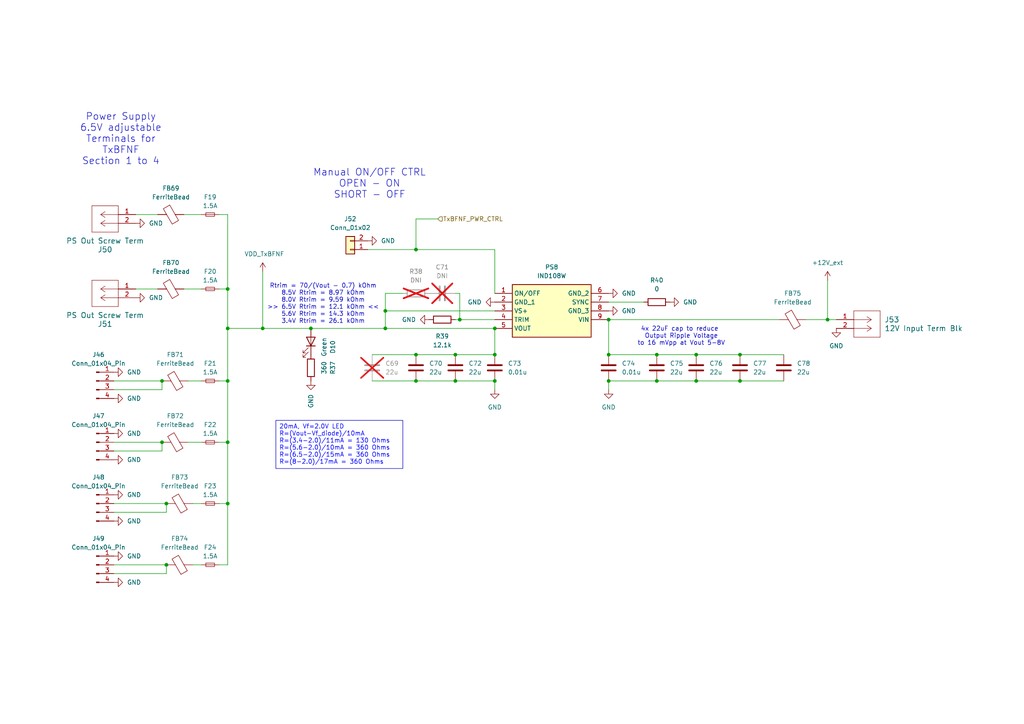
<source format=kicad_sch>
(kicad_sch (version 20231120) (generator "eeschema") (generator_version "8.0")
  (paper "A4")
  (title_block (title "PWR SPLY for TxBFNF") (date "2024-04-04") (rev "1.0"))
  (lib_symbols
    (symbol "BCRL_power_supply:IND108W"
      (property "Reference" "PS" (at 29.21 7.62 0))
      (property "Value" "IND108W" (at 29.21 5.08 0))
      (symbol "IND108W_1_1"
        (rectangle (start 5.08 2.54) (end 27.94 -12.7) (stroke (width 0.254)) (fill (type background)))
        (pin passive line (at 0 0 0) (length 5.08) (name "ON/OFF") (number "1"))
        (pin passive line (at 0 -2.54 0) (length 5.08) (name "GND_1") (number "2"))
        (pin passive line (at 0 -5.08 0) (length 5.08) (name "VS+") (number "3"))
        (pin passive line (at 0 -7.62 0) (length 5.08) (name "TRIM") (number "4"))
        (pin passive line (at 0 -10.16 0) (length 5.08) (name "VOUT") (number "5"))
        (pin passive line (at 33.02 0 180) (length 5.08) (name "GND_2") (number "6"))
        (pin passive line (at 33.02 -2.54 180) (length 5.08) (name "SYNC") (number "7"))
        (pin passive line (at 33.02 -5.08 180) (length 5.08) (name "GND_3") (number "8"))
        (pin passive line (at 33.02 -7.62 180) (length 5.08) (name "VIN") (number "9"))
      )
    )
    (symbol "BCRL_power_supply:OSTVN02A150" (pin_names (offset 0.254) hide)
      (property "Reference" "J" (at 8.89 6.35 0))
      (property "Value" "OSTVN02A150" (at 5.08 -6.35 0))
      (symbol "OSTVN02A150_1_1"
        (polyline (pts (xy 5.08 -5.08) (xy 12.7 -5.08)) (stroke (width 0.127)))
        (polyline (pts (xy 5.08 2.54) (xy 5.08 -5.08)) (stroke (width 0.127)))
        (polyline (pts (xy 10.16 -2.54) (xy 5.08 -2.54)) (stroke (width 0.127)))
        (polyline (pts (xy 10.16 -2.54) (xy 8.89 -3.3867)) (stroke (width 0.127)))
        (polyline (pts (xy 10.16 -2.54) (xy 8.89 -1.6933)) (stroke (width 0.127)))
        (polyline (pts (xy 10.16 0) (xy 5.08 0)) (stroke (width 0.127)))
        (polyline (pts (xy 10.16 0) (xy 8.89 -0.8467)) (stroke (width 0.127)))
        (polyline (pts (xy 10.16 0) (xy 8.89 0.8467)) (stroke (width 0.127)))
        (polyline (pts (xy 12.7 -5.08) (xy 12.7 2.54)) (stroke (width 0.127)))
        (polyline (pts (xy 12.7 2.54) (xy 5.08 2.54)) (stroke (width 0.127)))
        (pin unspecified line (at 0 0 0) (length 5.08) (name "1") (number "1"))
        (pin unspecified line (at 0 -2.54 0) (length 5.08) (name "2") (number "2"))
      )
      (symbol "OSTVN02A150_1_2"
        (polyline (pts (xy 5.08 -5.08) (xy 12.7 -5.08)) (stroke (width 0.127)))
        (polyline (pts (xy 5.08 2.54) (xy 5.08 -5.08)) (stroke (width 0.127)))
        (polyline (pts (xy 7.62 -2.54) (xy 5.08 -2.54)) (stroke (width 0.127)))
        (polyline (pts (xy 7.62 -2.54) (xy 8.89 -3.3867)) (stroke (width 0.127)))
        (polyline (pts (xy 7.62 -2.54) (xy 8.89 -1.6933)) (stroke (width 0.127)))
        (polyline (pts (xy 7.62 0) (xy 5.08 0)) (stroke (width 0.127)))
        (polyline (pts (xy 7.62 0) (xy 8.89 -0.8467)) (stroke (width 0.127)))
        (polyline (pts (xy 7.62 0) (xy 8.89 0.8467)) (stroke (width 0.127)))
        (polyline (pts (xy 12.7 -5.08) (xy 12.7 2.54)) (stroke (width 0.127)))
        (polyline (pts (xy 12.7 2.54) (xy 5.08 2.54)) (stroke (width 0.127)))
        (pin unspecified line (at 0 0 0) (length 5.08) (name "1") (number "1"))
        (pin unspecified line (at 0 -2.54 0) (length 5.08) (name "2") (number "2"))
      )
    )
    (symbol "C_1" (pin_numbers hide) (pin_names (offset 0.254) hide)
      (property "Reference" "C" (at 0.635 2.54 0))
      (property "Value" "C" (at 0.635 -2.54 0))
      (symbol "C_1_0_1"
        (polyline (pts (xy -2.032 -0.762) (xy 2.032 -0.762)) (stroke (width 0.508)))
        (polyline (pts (xy -2.032 0.762) (xy 2.032 0.762)) (stroke (width 0.508)))
      )
      (symbol "C_1_1_1"
        (pin passive line (at 0 3.81 270) (length 2.794) (name "~") (number "1"))
        (pin passive line (at 0 -3.81 90) (length 2.794) (name "~") (number "2"))
      )
    )
    (symbol "Connector:Conn_01x04_Pin" (pin_names (offset 1.016) hide)
      (property "Reference" "J" (at 0 5.08 0))
      (property "Value" "Conn_01x04_Pin" (at 0 -7.62 0))
      (symbol "Conn_01x04_Pin_1_1"
        (polyline (pts (xy 1.27 -5.08) (xy 0.8636 -5.08)) (stroke (width 0.1524)))
        (polyline (pts (xy 1.27 -2.54) (xy 0.8636 -2.54)) (stroke (width 0.1524)))
        (polyline (pts (xy 1.27 0) (xy 0.8636 0)) (stroke (width 0.1524)))
        (polyline (pts (xy 1.27 2.54) (xy 0.8636 2.54)) (stroke (width 0.1524)))
        (rectangle (start 0.8636 -4.953) (end 0 -5.207) (stroke (width 0.1524)) (fill (type outline)))
        (rectangle (start 0.8636 -2.413) (end 0 -2.667) (stroke (width 0.1524)) (fill (type outline)))
        (rectangle (start 0.8636 0.127) (end 0 -0.127) (stroke (width 0.1524)) (fill (type outline)))
        (rectangle (start 0.8636 2.667) (end 0 2.413) (stroke (width 0.1524)) (fill (type outline)))
        (pin passive line (at 5.08 2.54 180) (length 3.81) (name "Pin_1") (number "1"))
        (pin passive line (at 5.08 0 180) (length 3.81) (name "Pin_2") (number "2"))
        (pin passive line (at 5.08 -2.54 180) (length 3.81) (name "Pin_3") (number "3"))
        (pin passive line (at 5.08 -5.08 180) (length 3.81) (name "Pin_4") (number "4"))
      )
    )
    (symbol "Connector_Generic:Conn_01x02" (pin_names (offset 1.016) hide)
      (property "Reference" "J" (at 0 2.54 0))
      (property "Value" "Conn_01x02" (at 0 -5.08 0))
      (symbol "Conn_01x02_1_1"
        (rectangle (start -1.27 -2.413) (end 0 -2.667) (stroke (width 0.1524)))
        (rectangle (start -1.27 0.127) (end 0 -0.127) (stroke (width 0.1524)))
        (rectangle (start -1.27 1.27) (end 1.27 -3.81) (stroke (width 0.254)) (fill (type background)))
        (pin passive line (at -5.08 0 0) (length 3.81) (name "Pin_1") (number "1"))
        (pin passive line (at -5.08 -2.54 0) (length 3.81) (name "Pin_2") (number "2"))
      )
    )
    (symbol "Device:C" (pin_numbers hide) (pin_names (offset 0.254))
      (property "Reference" "C" (at 0.635 2.54 0))
      (property "Value" "C" (at 0.635 -2.54 0))
      (symbol "C_0_1"
        (polyline (pts (xy -2.032 -0.762) (xy 2.032 -0.762)) (stroke (width 0.508)))
        (polyline (pts (xy -2.032 0.762) (xy 2.032 0.762)) (stroke (width 0.508)))
      )
      (symbol "C_1_1"
        (pin passive line (at 0 3.81 270) (length 2.794) (name "~") (number "1"))
        (pin passive line (at 0 -3.81 90) (length 2.794) (name "~") (number "2"))
      )
    )
    (symbol "Device:FerriteBead" (pin_numbers hide) (pin_names (offset 0))
      (property "Reference" "FB" (at -3.81 0.635 90))
      (property "Value" "FerriteBead" (at 3.81 0 90))
      (symbol "FerriteBead_0_1"
        (polyline (pts (xy 0 -1.27) (xy 0 -1.2192)))
        (polyline (pts (xy 0 1.27) (xy 0 1.2954)))
        (polyline (pts (xy -2.7686 0.4064) (xy -1.7018 2.2606) (xy 2.7686 -0.3048) (xy 1.6764 -2.159) (xy -2.7686 0.4064)))
      )
      (symbol "FerriteBead_1_1"
        (pin passive line (at 0 3.81 270) (length 2.54) (name "~") (number "1"))
        (pin passive line (at 0 -3.81 90) (length 2.54) (name "~") (number "2"))
      )
    )
    (symbol "Device:Fuse_Small" (pin_numbers hide) (pin_names (offset 0.254) hide)
      (property "Reference" "F" (at 0 -1.524 0))
      (property "Value" "Fuse_Small" (at 0 1.524 0))
      (symbol "Fuse_Small_0_1"
        (rectangle (start -1.27 0.508) (end 1.27 -0.508))
        (polyline (pts (xy -1.27 0) (xy 1.27 0)))
      )
      (symbol "Fuse_Small_1_1"
        (pin passive line (at -2.54 0 0) (length 1.27) (name "~") (number "1"))
        (pin passive line (at 2.54 0 180) (length 1.27) (name "~") (number "2"))
      )
    )
    (symbol "Device:LED" (pin_numbers hide) (pin_names (offset 1.016) hide)
      (property "Reference" "D" (at 0 2.54 0))
      (property "Value" "LED" (at 0 -2.54 0))
      (symbol "LED_0_1"
        (polyline (pts (xy -1.27 -1.27) (xy -1.27 1.27)) (stroke (width 0.254)))
        (polyline (pts (xy -1.27 0) (xy 1.27 0)))
        (polyline (pts (xy 1.27 -1.27) (xy 1.27 1.27) (xy -1.27 0) (xy 1.27 -1.27)) (stroke (width 0.254)))
        (polyline (pts (xy -3.048 -0.762) (xy -4.572 -2.286) (xy -3.81 -2.286) (xy -4.572 -2.286) (xy -4.572 -1.524)))
        (polyline (pts (xy -1.778 -0.762) (xy -3.302 -2.286) (xy -2.54 -2.286) (xy -3.302 -2.286) (xy -3.302 -1.524)))
      )
      (symbol "LED_1_1"
        (pin passive line (at -3.81 0 0) (length 2.54) (name "K") (number "1"))
        (pin passive line (at 3.81 0 180) (length 2.54) (name "A") (number "2"))
      )
    )
    (symbol "Device:R" (pin_numbers hide) (pin_names (offset 0))
      (property "Reference" "R" (at 2.032 0 90))
      (property "Value" "R" (at 0 0 90))
      (symbol "R_0_1"
        (rectangle (start -1.016 -2.54) (end 1.016 2.54) (stroke (width 0.254)))
      )
      (symbol "R_1_1"
        (pin passive line (at 0 3.81 270) (length 1.27) (name "~") (number "1"))
        (pin passive line (at 0 -3.81 90) (length 1.27) (name "~") (number "2"))
      )
    )
    (symbol "GND_1" (power) (pin_numbers hide) (pin_names (offset 0) hide)
      (property "Value" "GND" (at 0 -3.81 0))
      (symbol "GND_1_0_1"
        (polyline (pts (xy 0 0) (xy 0 -1.27) (xy 1.27 -1.27) (xy 0 -2.54) (xy -1.27 -1.27) (xy 0 -1.27)))
      )
      (symbol "GND_1_1_1"
        (pin power_in line (at 0 0 270) (length 0) hide (name "GND") (number "1"))
      )
    )
    (symbol "GND_2" (power) (pin_numbers hide) (pin_names (offset 0) hide)
      (property "Value" "GND" (at 0 -3.81 0))
      (symbol "GND_2_0_1"
        (polyline (pts (xy 0 0) (xy 0 -1.27) (xy 1.27 -1.27) (xy 0 -2.54) (xy -1.27 -1.27) (xy 0 -1.27)))
      )
      (symbol "GND_2_1_1"
        (pin power_in line (at 0 0 270) (length 0) hide (name "GND") (number "1"))
      )
    )
    (symbol "GND_3" (power) (pin_numbers hide) (pin_names (offset 0) hide)
      (property "Value" "GND" (at 0 -3.81 0))
      (symbol "GND_3_0_1"
        (polyline (pts (xy 0 0) (xy 0 -1.27) (xy 1.27 -1.27) (xy 0 -2.54) (xy -1.27 -1.27) (xy 0 -1.27)))
      )
      (symbol "GND_3_1_1"
        (pin power_in line (at 0 0 270) (length 0) hide (name "GND") (number "1"))
      )
    )
    (symbol "GND_4" (power) (pin_numbers hide) (pin_names (offset 0) hide)
      (property "Value" "GND" (at 0 -3.81 0))
      (symbol "GND_4_0_1"
        (polyline (pts (xy 0 0) (xy 0 -1.27) (xy 1.27 -1.27) (xy 0 -2.54) (xy -1.27 -1.27) (xy 0 -1.27)))
      )
      (symbol "GND_4_1_1"
        (pin power_in line (at 0 0 270) (length 0) hide (name "GND") (number "1"))
      )
    )
    (symbol "GND_5" (power) (pin_numbers hide) (pin_names (offset 0) hide)
      (property "Value" "GND" (at 0 -3.81 0))
      (symbol "GND_5_0_1"
        (polyline (pts (xy 0 0) (xy 0 -1.27) (xy 1.27 -1.27) (xy 0 -2.54) (xy -1.27 -1.27) (xy 0 -1.27)))
      )
      (symbol "GND_5_1_1"
        (pin power_in line (at 0 0 270) (length 0) hide (name "GND") (number "1"))
      )
    )
    (symbol "power:+12V" (power) (pin_numbers hide) (pin_names (offset 0) hide)
      (property "Value" "+12V" (at 0 3.556 0))
      (symbol "+12V_0_1"
        (polyline (pts (xy -0.762 1.27) (xy 0 2.54)))
        (polyline (pts (xy 0 0) (xy 0 2.54)))
        (polyline (pts (xy 0 2.54) (xy 0.762 1.27)))
      )
      (symbol "+12V_1_1"
        (pin power_in line (at 0 0 90) (length 0) (name "~") (number "1"))
      )
    )
    (symbol "power:GND" (power) (pin_numbers hide) (pin_names (offset 0) hide)
      (property "Value" "GND" (at 0 -3.81 0))
      (symbol "GND_0_1"
        (polyline (pts (xy 0 0) (xy 0 -1.27) (xy 1.27 -1.27) (xy 0 -2.54) (xy -1.27 -1.27) (xy 0 -1.27)))
      )
      (symbol "GND_1_1"
        (pin power_in line (at 0 0 270) (length 0) hide (name "GND") (number "1"))
      )
    )
    (symbol "power:VDD" (power) (pin_numbers hide) (pin_names (offset 0) hide)
      (property "Value" "VDD" (at 0 3.556 0))
      (symbol "VDD_0_1"
        (polyline (pts (xy -0.762 1.27) (xy 0 2.54)))
        (polyline (pts (xy 0 0) (xy 0 2.54)))
        (polyline (pts (xy 0 2.54) (xy 0.762 1.27)))
      )
      (symbol "VDD_1_1"
        (pin power_in line (at 0 0 90) (length 0) (name "~") (number "1"))
      )
    )
  )
  (junction (at 120.65 110.49))
  (junction (at 48.26 163.83))
  (junction (at 76.2 95.25))
  (junction (at 143.51 110.49))
  (junction (at 90.17 95.25))
  (junction (at 143.51 102.87))
  (junction (at 66.04 110.49))
  (junction (at 111.76 90.17))
  (junction (at 190.5 102.87))
  (junction (at 214.63 110.49))
  (junction (at 133.35 92.71))
  (junction (at 240.03 92.71))
  (junction (at 46.99 110.49))
  (junction (at 176.53 102.87))
  (junction (at 66.04 95.25))
  (junction (at 120.65 102.87))
  (junction (at 176.53 110.49))
  (junction (at 201.93 102.87))
  (junction (at 214.63 102.87))
  (junction (at 66.04 146.05))
  (junction (at 132.08 110.49))
  (junction (at 143.51 95.25))
  (junction (at 132.08 102.87))
  (junction (at 46.99 128.27))
  (junction (at 120.65 72.39))
  (junction (at 201.93 110.49))
  (junction (at 66.04 128.27))
  (junction (at 176.53 92.71))
  (junction (at 111.76 95.25))
  (junction (at 190.5 110.49))
  (junction (at 66.04 83.82))
  (junction (at 48.26 146.05))
  (wire (pts (xy 143.51 95.25) (xy 143.51 102.87)))
  (wire (pts (xy 55.88 146.05) (xy 58.42 146.05)))
  (wire (pts (xy 48.26 166.37) (xy 48.26 163.83)))
  (wire (pts (xy 133.35 92.71) (xy 143.51 92.71)))
  (wire (pts (xy 63.5 146.05) (xy 66.04 146.05)))
  (wire (pts (xy 111.76 85.09) (xy 111.76 90.17)))
  (wire (pts (xy 46.99 130.81) (xy 46.99 128.27)))
  (wire (pts (xy 90.17 95.25) (xy 111.76 95.25)))
  (wire (pts (xy 66.04 146.05) (xy 66.04 163.83)))
  (wire (pts (xy 214.63 102.87) (xy 227.33 102.87)))
  (wire (pts (xy 66.04 128.27) (xy 66.04 146.05)))
  (wire (pts (xy 120.65 72.39) (xy 143.51 72.39)))
  (wire (pts (xy 53.34 62.23) (xy 58.42 62.23)))
  (wire (pts (xy 176.53 102.87) (xy 190.5 102.87)))
  (wire (pts (xy 54.61 110.49) (xy 58.42 110.49)))
  (wire (pts (xy 132.08 85.09) (xy 133.35 85.09)))
  (wire (pts (xy 63.5 62.23) (xy 66.04 62.23)))
  (wire (pts (xy 33.02 163.83) (xy 48.26 163.83)))
  (wire (pts (xy 76.2 78.74) (xy 76.2 95.25)))
  (wire (pts (xy 66.04 95.25) (xy 66.04 110.49)))
  (wire (pts (xy 120.65 102.87) (xy 132.08 102.87)))
  (wire (pts (xy 120.65 110.49) (xy 132.08 110.49)))
  (wire (pts (xy 66.04 83.82) (xy 66.04 95.25)))
  (wire (pts (xy 240.03 92.71) (xy 242.57 92.71)))
  (wire (pts (xy 33.02 110.49) (xy 46.99 110.49)))
  (wire (pts (xy 63.5 128.27) (xy 66.04 128.27)))
  (wire (pts (xy 143.51 110.49) (xy 143.51 113.03)))
  (wire (pts (xy 66.04 62.23) (xy 66.04 83.82)))
  (wire (pts (xy 66.04 110.49) (xy 63.5 110.49)))
  (wire (pts (xy 55.88 163.83) (xy 58.42 163.83)))
  (wire (pts (xy 63.5 83.82) (xy 66.04 83.82)))
  (wire (pts (xy 33.02 113.03) (xy 46.99 113.03)))
  (wire (pts (xy 176.53 92.71) (xy 226.06 92.71)))
  (wire (pts (xy 201.93 102.87) (xy 214.63 102.87)))
  (wire (pts (xy 76.2 95.25) (xy 66.04 95.25)))
  (wire (pts (xy 39.37 62.23) (xy 45.72 62.23)))
  (wire (pts (xy 120.65 63.5) (xy 120.65 72.39)))
  (wire (pts (xy 33.02 148.59) (xy 48.26 148.59)))
  (wire (pts (xy 66.04 163.83) (xy 63.5 163.83)))
  (wire (pts (xy 39.37 83.82) (xy 45.72 83.82)))
  (wire (pts (xy 240.03 81.28) (xy 240.03 92.71)))
  (wire (pts (xy 54.61 128.27) (xy 58.42 128.27)))
  (wire (pts (xy 120.65 63.5) (xy 127 63.5)))
  (wire (pts (xy 76.2 95.25) (xy 90.17 95.25)))
  (wire (pts (xy 33.02 146.05) (xy 48.26 146.05)))
  (wire (pts (xy 48.26 148.59) (xy 48.26 146.05)))
  (wire (pts (xy 176.53 110.49) (xy 190.5 110.49)))
  (wire (pts (xy 201.93 110.49) (xy 214.63 110.49)))
  (wire (pts (xy 33.02 128.27) (xy 46.99 128.27)))
  (wire (pts (xy 132.08 110.49) (xy 143.51 110.49)))
  (wire (pts (xy 132.08 102.87) (xy 143.51 102.87)))
  (wire (pts (xy 53.34 83.82) (xy 58.42 83.82)))
  (wire (pts (xy 143.51 90.17) (xy 111.76 90.17)))
  (wire (pts (xy 33.02 166.37) (xy 48.26 166.37)))
  (wire (pts (xy 143.51 72.39) (xy 143.51 85.09)))
  (wire (pts (xy 214.63 110.49) (xy 227.33 110.49)))
  (wire (pts (xy 176.53 87.63) (xy 186.69 87.63)))
  (wire (pts (xy 176.53 92.71) (xy 176.53 102.87)))
  (wire (pts (xy 46.99 113.03) (xy 46.99 110.49)))
  (wire (pts (xy 233.68 92.71) (xy 240.03 92.71)))
  (wire (pts (xy 66.04 110.49) (xy 66.04 128.27)))
  (wire (pts (xy 116.84 85.09) (xy 111.76 85.09)))
  (wire (pts (xy 190.5 102.87) (xy 201.93 102.87)))
  (wire (pts (xy 111.76 90.17) (xy 111.76 95.25)))
  (wire (pts (xy 107.95 110.49) (xy 120.65 110.49)))
  (wire (pts (xy 111.76 95.25) (xy 143.51 95.25)))
  (wire (pts (xy 106.68 72.39) (xy 120.65 72.39)))
  (wire (pts (xy 132.08 92.71) (xy 133.35 92.71)))
  (wire (pts (xy 107.95 102.87) (xy 120.65 102.87)))
  (wire (pts (xy 133.35 85.09) (xy 133.35 92.71)))
  (wire (pts (xy 176.53 110.49) (xy 176.53 113.03)))
  (wire (pts (xy 190.5 110.49) (xy 201.93 110.49)))
  (wire (pts (xy 33.02 130.81) (xy 46.99 130.81)))
  (text_box "20mA, Vf=2.0V LED \nR=(Vout-Vf_diode)/10mA \nR=(3.4-2.0)/11mA = 130 Ohms  \nR=(5.6-2.0)/10mA = 360 Ohms  \nR=(6.5-2.0)/15mA = 360 Ohms  \nR=(8-2.0)/17mA = 360 Ohms  \n" (at 80.01 121.92 0) (size 36.83 13.97) (effects (font (size 1.27 1.27)) (justify left top)))
  (text "4x 22uF cap to reduce \nOutput Ripple Voltage\nto 16 mVpp at Vout 5-8V" (at 197.612 97.536 0) (effects (font (size 1.27 1.27))))
  (text "Power Supply\n6.5V adjustable\nTerminals for\nTxBFNF\nSection 1 to 4" (at 35.052 40.386 0) (effects (font (size 2 2))))
  (text "Manual ON/OFF CTRL\nOPEN - ON\nSHORT - OFF" (at 107.188 53.34 0) (effects (font (size 2 2))))
  (text "Rtrim = 70/(Vout - 0.7) kOhm\n8.5V Rtrim = 8.97 kOhm\n8.0V Rtrim = 9.59 kOhm\n>> 6.5V Rtrim = 12.1 kOhm <<\n5.6V Rtrim = 14.3 kOhm\n3.4V Rtrim = 26.1 kOhm\n\n\n" (at 93.726 90.17 0) (effects (font (size 1.27 1.27))))
  (hierarchical_label "TxBFNF_PWR_CTRL" (shape input) (at 127 63.5 0))
  (symbol (lib_id "Connector_Generic:Conn_01x02") (at 101.6 72.39 180) (unit 1)
    (property "Reference" "J52" (at 101.6 63.5 0))
    (property "Value" "Conn_01x02" (at 101.6 66.04 0))
    (property "Footprint" "BCRL_power_supply:M20-8770242" (effects (hide yes)))
    (property "Datasheet" "https://www.mouser.ca/datasheet/2/181/M20-877-1133516.pdf" (effects (hide yes)))
    (property "Description" "1x2 pin Header SMT, Vertical " (effects (hide yes)))
    (property "PN" "M20-8770242" (effects (hide yes)))
    (property "Mfr" "Harwin" (effects (hide yes)))
  )
  (symbol (lib_id "Device:LED") (at 90.17 99.06 270) (mirror x) (unit 1)
    (property "Reference" "D10" (at 96.52 100.6475 0))
    (property "Value" "Green" (at 93.98 100.6475 0))
    (property "Footprint" "BCRL_power_supply:LEDC1608X80N" (effects (hide yes)))
    (property "Datasheet" "https://www.we-online.com/catalog/datasheet/150060VS75000.pdf" (effects (hide yes)))
    (property "Description" "LED green 20mA Vf=2V" (effects (hide yes)))
    (property "PN" "150060VS75000" (effects (hide yes)))
    (property "Mfr" "Wurth Elektronik" (effects (hide yes)))
  )
  (symbol (lib_id "Connector:Conn_01x04_Pin") (at 27.94 146.05 0) (unit 1)
    (property "Reference" "J48" (at 28.575 138.43 0))
    (property "Value" "Conn_01x04_Pin" (at 28.575 140.97 0))
    (property "Footprint" "BCRL_power_supply:TSM-104-YY-ZZZ-SH" (effects (hide yes)))
    (property "Datasheet" "https://www.mouser.ca/datasheet/2/527/tsm-2854655.pdf" (effects (hide yes)))
    (property "Description" "1x4 pin Header SMT, Horizontal" (effects (hide yes)))
    (property "PN" "TSM-104-01-T-SH" (effects (hide yes)))
    (property "Mfr" "SAMTEC" (effects (hide yes)))
  )
  (symbol (lib_id "power:GND") (at 176.53 113.03 0) (mirror y) (unit 1)
    (property "Reference" "#PWR0218" (effects (hide yes)))
    (property "Value" "GND" (at 176.53 118.11 0))
  )
  (symbol (lib_id "Device:FerriteBead") (at 50.8 128.27 270) (mirror x) (unit 1)
    (property "Reference" "FB72" (at 50.8508 120.65 90))
    (property "Value" "FerriteBead" (at 50.8508 123.19 90))
    (property "Footprint" "BCRL_power_supply:BEADC1005X55N" (effects (hide yes)))
    (property "Datasheet" "https://product.tdk.com/system/files/dam/doc/product/emc/emc/suppression-filter/catalog/suppression-filter_commercial_maf1005p_en.pdf" (effects (hide yes)))
    (property "Description" "Ferrite bead 9 mOhm 6A" (effects (hide yes)))
    (property "PN" "MAF1005PAD120CT000" (effects (hide yes)))
    (property "Mfr" "TDK" (effects (hide yes)))
  )
  (symbol (lib_id "Connector:Conn_01x04_Pin") (at 27.94 128.27 0) (unit 1)
    (property "Reference" "J47" (at 28.575 120.65 0))
    (property "Value" "Conn_01x04_Pin" (at 28.575 123.19 0))
    (property "Footprint" "BCRL_power_supply:TSM-104-YY-ZZZ-SH" (effects (hide yes)))
    (property "Datasheet" "https://www.mouser.ca/datasheet/2/527/tsm-2854655.pdf" (effects (hide yes)))
    (property "Description" "1x4 pin Header SMT, Horizontal" (effects (hide yes)))
    (property "PN" "TSM-104-01-T-SH" (effects (hide yes)))
    (property "Mfr" "SAMTEC" (effects (hide yes)))
  )
  (symbol (lib_id "power:GND") (at 90.17 110.49 0) (mirror y) (unit 1)
    (property "Reference" "#PWR0211" (effects (hide yes)))
    (property "Value" "GND" (at 90.17 114.3 90) (effects (justify right)))
  )
  (symbol (lib_id "BCRL_power_supply:OSTVN02A150") (at 39.37 62.23 0) (mirror y) (unit 1)
    (property "Reference" "J50" (at 30.48 72.39 0) (effects (font (size 1.524 1.524))))
    (property "Value" "PS Out Screw Term" (at 30.48 69.85 0) (effects (font (size 1.524 1.524))))
    (property "Footprint" "BCRL_power_supply:CONN_OSTVN02A150_OST" (effects (hide yes)))
    (property "Datasheet" "https://mm.digikey.com/Volume0/opasdata/d220001/medias/docus/1123/OSTVNXXA150.pdf" (effects (hide yes)))
    (property "Description" "2 Screw Terminal" (effects (hide yes)))
    (property "PN" "OSTVN02A150" (effects (hide yes)))
    (property "Mfr" "On Shore Technology Inc." (effects (hide yes)))
  )
  (symbol (lib_id "Device:C") (at 227.33 106.68 0) (unit 1)
    (property "Reference" "C78" (at 231.14 105.4099 0) (effects (justify left)))
    (property "Value" "22u" (at 231.14 107.9499 0) (effects (justify left)))
    (property "Footprint" "BCRL_power_supply:CAPC2012X145N" (effects (hide yes)))
    (property "Datasheet" "https://www.mouser.ca/datasheet/2/281/1/GRM21BR61E226ME44_01A-1986898.pdf" (effects (hide yes)))
    (property "Description" "22 uF 25V " (effects (hide yes)))
    (property "PN" "GRM21BR61E226ME44L" (effects (hide yes)))
    (property "Mfr" "Murata" (effects (hide yes)))
  )
  (symbol (lib_id "Connector:Conn_01x04_Pin") (at 27.94 110.49 0) (unit 1)
    (property "Reference" "J46" (at 28.575 102.87 0))
    (property "Value" "Conn_01x04_Pin" (at 28.575 105.41 0))
    (property "Footprint" "BCRL_power_supply:TSM-104-YY-ZZZ-SH" (effects (hide yes)))
    (property "Datasheet" "https://www.mouser.ca/datasheet/2/527/tsm-2854655.pdf" (effects (hide yes)))
    (property "Description" "1x4 pin Header SMT, Horizontal" (effects (hide yes)))
    (property "PN" "TSM-104-01-T-SH" (effects (hide yes)))
    (property "Mfr" "SAMTEC" (effects (hide yes)))
  )
  (symbol (lib_name "GND_4") (lib_id "power:GND") (at 33.02 151.13 90) (mirror x) (unit 1)
    (property "Reference" "#PWR0205" (effects (hide yes)))
    (property "Value" "GND" (at 36.83 151.13 90) (effects (justify right)))
  )
  (symbol (lib_id "Connector:Conn_01x04_Pin") (at 27.94 163.83 0) (unit 1)
    (property "Reference" "J49" (at 28.575 156.21 0))
    (property "Value" "Conn_01x04_Pin" (at 28.575 158.75 0))
    (property "Footprint" "BCRL_power_supply:TSM-104-YY-ZZZ-SH" (effects (hide yes)))
    (property "Datasheet" "https://www.mouser.ca/datasheet/2/527/tsm-2854655.pdf" (effects (hide yes)))
    (property "Description" "1x4 pin Header SMT, Horizontal" (effects (hide yes)))
    (property "PN" "TSM-104-01-T-SH" (effects (hide yes)))
    (property "Mfr" "SAMTEC" (effects (hide yes)))
  )
  (symbol (lib_name "GND_4") (lib_id "power:GND") (at 143.51 87.63 270) (mirror x) (unit 1)
    (property "Reference" "#PWR0214" (effects (hide yes)))
    (property "Value" "GND" (at 139.7 87.6299 90) (effects (justify right)))
  )
  (symbol (lib_name "GND_3") (lib_id "power:GND") (at 176.53 90.17 90) (mirror x) (unit 1)
    (property "Reference" "#PWR0217" (effects (hide yes)))
    (property "Value" "GND" (at 180.34 90.1699 90) (effects (justify right)))
  )
  (symbol (lib_id "Device:FerriteBead") (at 229.87 92.71 270) (mirror x) (unit 1)
    (property "Reference" "FB75" (at 229.9208 85.09 90))
    (property "Value" "FerriteBead" (at 229.9208 87.63 90))
    (property "Footprint" "BCRL_power_supply:BEADC1005X55N" (effects (hide yes)))
    (property "Datasheet" "https://product.tdk.com/system/files/dam/doc/product/emc/emc/suppression-filter/catalog/suppression-filter_commercial_maf1005p_en.pdf" (effects (hide yes)))
    (property "Description" "Ferrite bead 9 mOhm 6A" (effects (hide yes)))
    (property "PN" "MAF1005PAD120CT000" (effects (hide yes)))
    (property "Mfr" "TDK" (effects (hide yes)))
  )
  (symbol (lib_id "Device:C") (at 107.95 106.68 0) (unit 1) (in_bom no) (dnp yes)
    (property "Reference" "C69" (at 111.76 105.4099 0) (effects (justify left)))
    (property "Value" "22u" (at 111.76 107.9499 0) (effects (justify left)))
    (property "Footprint" "BCRL_power_supply:CAPC2012X145N" (effects (hide yes)))
    (property "Datasheet" "https://www.mouser.ca/datasheet/2/281/1/GRM21BR61E226ME44_01A-1986898.pdf" (effects (hide yes)))
    (property "Description" "22 uF 25V " (effects (hide yes)))
    (property "PN" "GRM21BR61E226ME44L" (effects (hide yes)))
    (property "Mfr" "Murata" (effects (hide yes)))
  )
  (symbol (lib_id "Device:C") (at 143.51 106.68 0) (unit 1)
    (property "Reference" "C73" (at 147.32 105.4099 0) (effects (justify left)))
    (property "Value" "0.01u" (at 147.32 107.9499 0) (effects (justify left)))
    (property "Footprint" "BCRL_power_supply:CAPC1608X90N" (effects (hide yes)))
    (property "Datasheet" "https://www.mouser.ca/datasheet/2/281/1/GRM1885C1E103JA01_01A-1984693.pdf" (effects (hide yes)))
    (property "Description" "0.01 uF 25V" (effects (hide yes)))
    (property "PN" "GRM1885C1E103JA01D" (effects (hide yes)))
    (property "Mfr" "Murata" (effects (hide yes)))
  )
  (symbol (lib_id "BCRL_power_supply:OSTVN02A150") (at 242.57 92.71 0) (unit 1)
    (property "Reference" "J53" (at 256.54 92.71 0) (effects (font (size 1.524 1.524)) (justify left)))
    (property "Value" "12V Input Term Blk" (at 256.54 95.25 0) (effects (font (size 1.524 1.524)) (justify left)))
    (property "Footprint" "BCRL_power_supply:CONN_OSTVN02A150_OST" (effects (hide yes)))
    (property "Datasheet" "https://mm.digikey.com/Volume0/opasdata/d220001/medias/docus/1123/OSTVNXXA150.pdf" (effects (hide yes)))
    (property "Description" "2 Screw Terminal" (effects (hide yes)))
    (property "PN" "OSTVN02A150" (effects (hide yes)))
    (property "Mfr" "On Shore Technology Inc." (effects (hide yes)))
  )
  (symbol (lib_id "Device:FerriteBead") (at 50.8 110.49 270) (mirror x) (unit 1)
    (property "Reference" "FB71" (at 50.8508 102.87 90))
    (property "Value" "FerriteBead" (at 50.8508 105.41 90))
    (property "Footprint" "BCRL_power_supply:BEADC1005X55N" (effects (hide yes)))
    (property "Datasheet" "https://product.tdk.com/system/files/dam/doc/product/emc/emc/suppression-filter/catalog/suppression-filter_commercial_maf1005p_en.pdf" (effects (hide yes)))
    (property "Description" "Ferrite bead 9 mOhm 6A" (effects (hide yes)))
    (property "PN" "MAF1005PAD120CT000" (effects (hide yes)))
    (property "Mfr" "TDK" (effects (hide yes)))
  )
  (symbol (lib_name "GND_4") (lib_id "power:GND") (at 33.02 168.91 90) (mirror x) (unit 1)
    (property "Reference" "#PWR0207" (effects (hide yes)))
    (property "Value" "GND" (at 36.83 168.91 90) (effects (justify right)))
  )
  (symbol (lib_id "Device:FerriteBead") (at 52.07 163.83 270) (mirror x) (unit 1)
    (property "Reference" "FB74" (at 52.1208 156.21 90))
    (property "Value" "FerriteBead" (at 52.1208 158.75 90))
    (property "Footprint" "BCRL_power_supply:BEADC1005X55N" (effects (hide yes)))
    (property "Datasheet" "https://product.tdk.com/system/files/dam/doc/product/emc/emc/suppression-filter/catalog/suppression-filter_commercial_maf1005p_en.pdf" (effects (hide yes)))
    (property "Description" "Ferrite bead 9 mOhm 6A" (effects (hide yes)))
    (property "PN" "MAF1005PAD120CT000" (effects (hide yes)))
    (property "Mfr" "TDK" (effects (hide yes)))
  )
  (symbol (lib_name "GND_4") (lib_id "power:GND") (at 33.02 115.57 90) (mirror x) (unit 1)
    (property "Reference" "#PWR0201" (effects (hide yes)))
    (property "Value" "GND" (at 36.83 115.57 90) (effects (justify right)))
  )
  (symbol (lib_id "Device:FerriteBead") (at 52.07 146.05 270) (mirror x) (unit 1)
    (property "Reference" "FB73" (at 52.1208 138.43 90))
    (property "Value" "FerriteBead" (at 52.1208 140.97 90))
    (property "Footprint" "BCRL_power_supply:BEADC1005X55N" (effects (hide yes)))
    (property "Datasheet" "https://product.tdk.com/system/files/dam/doc/product/emc/emc/suppression-filter/catalog/suppression-filter_commercial_maf1005p_en.pdf" (effects (hide yes)))
    (property "Description" "Ferrite bead 9 mOhm 6A" (effects (hide yes)))
    (property "PN" "MAF1005PAD120CT000" (effects (hide yes)))
    (property "Mfr" "TDK" (effects (hide yes)))
  )
  (symbol (lib_id "power:VDD") (at 76.2 78.74 0) (unit 1)
    (property "Reference" "#PWR0210" (effects (hide yes)))
    (property "Value" "VDD_TxBFNF" (at 70.866 73.66 0) (effects (justify left)))
    (property "Description" "Power symbol creates a global label with name \"VDD\"" (effects (hide yes)))
  )
  (symbol (lib_id "Device:C") (at 120.65 106.68 0) (unit 1)
    (property "Reference" "C70" (at 124.46 105.4099 0) (effects (justify left)))
    (property "Value" "22u" (at 124.46 107.9499 0) (effects (justify left)))
    (property "Footprint" "BCRL_power_supply:CAPC2012X145N" (effects (hide yes)))
    (property "Datasheet" "https://www.mouser.ca/datasheet/2/281/1/GRM21BR61E226ME44_01A-1986898.pdf" (effects (hide yes)))
    (property "Description" "22 uF 25V " (effects (hide yes)))
    (property "PN" "GRM21BR61E226ME44L" (effects (hide yes)))
    (property "Mfr" "Murata" (effects (hide yes)))
  )
  (symbol (lib_id "Device:C") (at 201.93 106.68 0) (unit 1)
    (property "Reference" "C76" (at 205.74 105.4099 0) (effects (justify left)))
    (property "Value" "22u" (at 205.74 107.9499 0) (effects (justify left)))
    (property "Footprint" "BCRL_power_supply:CAPC2012X145N" (effects (hide yes)))
    (property "Datasheet" "https://www.mouser.ca/datasheet/2/281/1/GRM21BR61E226ME44_01A-1986898.pdf" (effects (hide yes)))
    (property "Description" "22 uF 25V " (effects (hide yes)))
    (property "PN" "GRM21BR61E226ME44L" (effects (hide yes)))
    (property "Mfr" "Murata" (effects (hide yes)))
  )
  (symbol (lib_name "GND_5") (lib_id "power:GND") (at 143.51 113.03 0) (mirror y) (unit 1)
    (property "Reference" "#PWR0215" (effects (hide yes)))
    (property "Value" "GND" (at 143.51 118.11 0))
  )
  (symbol (lib_name "GND_1") (lib_id "power:GND") (at 124.46 92.71 270) (mirror x) (unit 1)
    (property "Reference" "#PWR0213" (effects (hide yes)))
    (property "Value" "GND" (at 120.65 92.7099 90) (effects (justify right)))
  )
  (symbol (lib_name "GND_4") (lib_id "power:GND") (at 33.02 125.73 90) (mirror x) (unit 1)
    (property "Reference" "#PWR0202" (effects (hide yes)))
    (property "Value" "GND" (at 36.83 125.73 90) (effects (justify right)))
  )
  (symbol (lib_id "Device:Fuse_Small") (at 60.96 128.27 0) (unit 1)
    (property "Reference" "F22" (at 60.96 123.19 0))
    (property "Value" "1.5A" (at 60.96 125.73 0))
    (property "Footprint" "BCRL_power_supply:ERBRE0R50V" (effects (hide yes)))
    (property "Datasheet" "https://www.mouser.ca/datasheet/2/315/AFA0000C7-1025982.pdf" (effects (hide yes)))
    (property "Description" "SMD Fuse 0603" (effects (hide yes)))
    (property "PN" "ERB-RE1R50V" (effects (hide yes)))
    (property "Mfr" "Panasonic" (effects (hide yes)))
  )
  (symbol (lib_id "Device:C") (at 190.5 106.68 0) (unit 1)
    (property "Reference" "C75" (at 194.31 105.4099 0) (effects (justify left)))
    (property "Value" "22u" (at 194.31 107.9499 0) (effects (justify left)))
    (property "Footprint" "BCRL_power_supply:CAPC2012X145N" (effects (hide yes)))
    (property "Datasheet" "https://www.mouser.ca/datasheet/2/281/1/GRM21BR61E226ME44_01A-1986898.pdf" (effects (hide yes)))
    (property "Description" "22 uF 25V " (effects (hide yes)))
    (property "PN" "GRM21BR61E226ME44L" (effects (hide yes)))
    (property "Mfr" "Murata" (effects (hide yes)))
  )
  (symbol (lib_id "power:+12V") (at 240.03 81.28 0) (unit 1)
    (property "Reference" "#PWR0331" (effects (hide yes)))
    (property "Value" "+12V_ext" (at 240.03 76.2 0))
    (property "Description" "Power symbol creates a global label with name \"+12V\"" (effects (hide yes)))
  )
  (symbol (lib_id "Device:FerriteBead") (at 49.53 83.82 270) (mirror x) (unit 1)
    (property "Reference" "FB70" (at 49.5808 76.2 90))
    (property "Value" "FerriteBead" (at 49.5808 78.74 90))
    (property "Footprint" "BCRL_power_supply:BEADC1005X55N" (effects (hide yes)))
    (property "Datasheet" "https://product.tdk.com/system/files/dam/doc/product/emc/emc/suppression-filter/catalog/suppression-filter_commercial_maf1005p_en.pdf" (effects (hide yes)))
    (property "Description" "Ferrite bead 9 mOhm 6A" (effects (hide yes)))
    (property "PN" "MAF1005PAD120CT000" (effects (hide yes)))
    (property "Mfr" "TDK" (effects (hide yes)))
  )
  (symbol (lib_id "power:GND") (at 106.68 69.85 90) (unit 1)
    (property "Reference" "#PWR0212" (effects (hide yes)))
    (property "Value" "GND" (at 110.49 69.8499 90) (effects (justify right)))
  )
  (symbol (lib_name "GND_4") (lib_id "power:GND") (at 39.37 86.36 90) (mirror x) (unit 1)
    (property "Reference" "#PWR0209" (effects (hide yes)))
    (property "Value" "GND" (at 43.18 86.36 90) (effects (justify right)))
  )
  (symbol (lib_name "GND_4") (lib_id "power:GND") (at 39.37 64.77 90) (mirror x) (unit 1)
    (property "Reference" "#PWR0208" (effects (hide yes)))
    (property "Value" "GND" (at 43.18 64.77 90) (effects (justify right)))
  )
  (symbol (lib_id "Device:C") (at 176.53 106.68 0) (unit 1)
    (property "Reference" "C74" (at 180.34 105.4099 0) (effects (justify left)))
    (property "Value" "0.01u" (at 180.34 107.9499 0) (effects (justify left)))
    (property "Footprint" "BCRL_power_supply:CAPC1608X90N" (effects (hide yes)))
    (property "Datasheet" "https://www.mouser.ca/datasheet/2/281/1/GRM1885C1E103JA01_01A-1984693.pdf" (effects (hide yes)))
    (property "Description" "0.01 uF 25V" (effects (hide yes)))
    (property "PN" "GRM1885C1E103JA01D" (effects (hide yes)))
    (property "Mfr" "Murata" (effects (hide yes)))
  )
  (symbol (lib_id "Device:Fuse_Small") (at 60.96 110.49 0) (unit 1)
    (property "Reference" "F21" (at 60.96 105.41 0))
    (property "Value" "1.5A" (at 60.96 107.95 0))
    (property "Footprint" "BCRL_power_supply:ERBRE0R50V" (effects (hide yes)))
    (property "Datasheet" "https://www.mouser.ca/datasheet/2/315/AFA0000C7-1025982.pdf" (effects (hide yes)))
    (property "Description" "SMD Fuse 0603" (effects (hide yes)))
    (property "PN" "ERB-RE1R50V" (effects (hide yes)))
    (property "Mfr" "Panasonic" (effects (hide yes)))
  )
  (symbol (lib_name "GND_2") (lib_id "power:GND") (at 194.31 87.63 90) (mirror x) (unit 1)
    (property "Reference" "#PWR0219" (effects (hide yes)))
    (property "Value" "GND" (at 198.12 87.6299 90) (effects (justify right)))
  )
  (symbol (lib_name "GND_4") (lib_id "power:GND") (at 33.02 133.35 90) (mirror x) (unit 1)
    (property "Reference" "#PWR0203" (effects (hide yes)))
    (property "Value" "GND" (at 36.83 133.35 90) (effects (justify right)))
  )
  (symbol (lib_id "Device:Fuse_Small") (at 60.96 62.23 0) (unit 1)
    (property "Reference" "F19" (at 60.96 57.15 0))
    (property "Value" "1.5A" (at 60.96 59.69 0))
    (property "Footprint" "BCRL_power_supply:ERBRE0R50V" (effects (hide yes)))
    (property "Datasheet" "https://www.mouser.ca/datasheet/2/315/AFA0000C7-1025982.pdf" (effects (hide yes)))
    (property "Description" "SMD Fuse 0603" (effects (hide yes)))
    (property "PN" "ERB-RE1R50V" (effects (hide yes)))
    (property "Mfr" "Panasonic" (effects (hide yes)))
  )
  (symbol (lib_name "C_1") (lib_id "Device:C") (at 128.27 85.09 270) (mirror x) (unit 1) (in_bom no) (dnp yes)
    (property "Reference" "C71" (at 128.27 77.47 90))
    (property "Value" "DNI" (at 128.27 80.01 90))
    (property "Footprint" "Capacitor_SMD:C_0603_1608Metric" (effects (hide yes)))
    (property "Description" "Ctune" (effects (hide yes)))
  )
  (symbol (lib_id "Device:R") (at 128.27 92.71 90) (mirror x) (unit 1)
    (property "Reference" "R39" (at 128.27 97.536 90))
    (property "Value" "12.1k" (at 128.27 100.076 90))
    (property "Footprint" "BCRL_power_supply:RESC1608X50N" (effects (hide yes)))
    (property "Datasheet" "https://www.vishay.com/doc?20035" (effects (hide yes)))
    (property "Description" "1/10 W" (effects (hide yes)))
    (property "PN" "CRCW060312K1FKEA" (effects (hide yes)))
    (property "Mfr" "Vishay" (effects (hide yes)))
  )
  (symbol (lib_id "Device:FerriteBead") (at 49.53 62.23 270) (mirror x) (unit 1)
    (property "Reference" "FB69" (at 49.5808 54.61 90))
    (property "Value" "FerriteBead" (at 49.5808 57.15 90))
    (property "Footprint" "BCRL_power_supply:BEADC1005X55N" (effects (hide yes)))
    (property "Datasheet" "https://product.tdk.com/system/files/dam/doc/product/emc/emc/suppression-filter/catalog/suppression-filter_commercial_maf1005p_en.pdf" (effects (hide yes)))
    (property "Description" "Ferrite bead 9 mOhm 6A" (effects (hide yes)))
    (property "PN" "MAF1005PAD120CT000" (effects (hide yes)))
    (property "Mfr" "TDK" (effects (hide yes)))
  )
  (symbol (lib_id "Device:Fuse_Small") (at 60.96 163.83 0) (unit 1)
    (property "Reference" "F24" (at 60.96 158.75 0))
    (property "Value" "1.5A" (at 60.96 161.29 0))
    (property "Footprint" "BCRL_power_supply:ERBRE0R50V" (effects (hide yes)))
    (property "Datasheet" "https://www.mouser.ca/datasheet/2/315/AFA0000C7-1025982.pdf" (effects (hide yes)))
    (property "Description" "SMD Fuse 0603" (effects (hide yes)))
    (property "PN" "ERB-RE1R50V" (effects (hide yes)))
    (property "Mfr" "Panasonic" (effects (hide yes)))
  )
  (symbol (lib_id "BCRL_power_supply:IND108W") (at 143.51 85.09 0) (unit 1)
    (property "Reference" "PS8" (at 160.02 77.47 0))
    (property "Value" "IND108W" (at 160.02 80.01 0))
    (property "Footprint" "BCRL_power_supply:IND108W" (effects (hide yes)))
    (property "Datasheet" "https://www.omnionpower.com/assets/pdfs/windchill/data-sheet/ind108w_ds.pdf?nocache=1710831926" (effects (hide yes)))
    (property "Description" "DC/DC 12Vin 3-9V 108W 12A" (effects (hide yes)))
    (property "Height" "10" (effects (hide yes)))
    (property "Manufacturer_Name" "OmniOn Power" (effects (hide yes)))
    (property "Manufacturer_Part_Number" "IND108W" (effects (hide yes)))
    (property "Mfr" "GE" (effects (hide yes)))
    (property "PN" "IND108W" (effects (hide yes)))
  )
  (symbol (lib_id "Device:Fuse_Small") (at 60.96 83.82 0) (unit 1)
    (property "Reference" "F20" (at 60.96 78.74 0))
    (property "Value" "1.5A" (at 60.96 81.28 0))
    (property "Footprint" "BCRL_power_supply:ERBRE0R50V" (effects (hide yes)))
    (property "Datasheet" "https://www.mouser.ca/datasheet/2/315/AFA0000C7-1025982.pdf" (effects (hide yes)))
    (property "Description" "SMD Fuse 0603" (effects (hide yes)))
    (property "PN" "ERB-RE1R50V" (effects (hide yes)))
    (property "Mfr" "Panasonic" (effects (hide yes)))
  )
  (symbol (lib_id "Device:Fuse_Small") (at 60.96 146.05 0) (unit 1)
    (property "Reference" "F23" (at 60.96 140.97 0))
    (property "Value" "1.5A" (at 60.96 143.51 0))
    (property "Footprint" "BCRL_power_supply:ERBRE0R50V" (effects (hide yes)))
    (property "Datasheet" "https://www.mouser.ca/datasheet/2/315/AFA0000C7-1025982.pdf" (effects (hide yes)))
    (property "Description" "SMD Fuse 0603" (effects (hide yes)))
    (property "PN" "ERB-RE1R50V" (effects (hide yes)))
    (property "Mfr" "Panasonic" (effects (hide yes)))
  )
  (symbol (lib_name "GND_2") (lib_id "power:GND") (at 176.53 85.09 90) (mirror x) (unit 1)
    (property "Reference" "#PWR0216" (effects (hide yes)))
    (property "Value" "GND" (at 180.34 85.0899 90) (effects (justify right)))
  )
  (symbol (lib_id "Device:R") (at 90.17 106.68 0) (mirror x) (unit 1)
    (property "Reference" "R37" (at 96.52 106.68 90))
    (property "Value" "360" (at 93.98 106.68 90))
    (property "Footprint" "BCRL_power_supply:RESC1608X50N" (effects (hide yes)))
    (property "Datasheet" "https://www.vishay.com/docs/20035/dcrcwe3.pdf" (effects (hide yes)))
    (property "Description" "1/10 W" (effects (hide yes)))
    (property "PN" "CRCW0603360RJNEA" (effects (hide yes)))
    (property "Mfr" "Vishay" (effects (hide yes)))
  )
  (symbol (lib_id "Device:R") (at 190.5 87.63 270) (mirror x) (unit 1)
    (property "Reference" "R40" (at 190.5 81.28 90))
    (property "Value" "0" (at 190.5 83.82 90))
    (property "Footprint" "BCRL_power_supply:RESC1608X55N" (effects (hide yes)))
    (property "Datasheet" "https://www.vishay.com/docs/20035/dcrcwe3.pdf" (effects (hide yes)))
    (property "Description" "1/10 W" (effects (hide yes)))
    (property "PN" "CRCW06030000Z0EAHP" (effects (hide yes)))
    (property "Mfr" "Vishay" (effects (hide yes)))
  )
  (symbol (lib_name "GND_4") (lib_id "power:GND") (at 33.02 107.95 90) (mirror x) (unit 1)
    (property "Reference" "#PWR0200" (effects (hide yes)))
    (property "Value" "GND" (at 36.83 107.95 90) (effects (justify right)))
  )
  (symbol (lib_id "Device:C") (at 132.08 106.68 0) (unit 1)
    (property "Reference" "C72" (at 135.89 105.4099 0) (effects (justify left)))
    (property "Value" "22u" (at 135.89 107.9499 0) (effects (justify left)))
    (property "Footprint" "BCRL_power_supply:CAPC2012X145N" (effects (hide yes)))
    (property "Datasheet" "https://www.mouser.ca/datasheet/2/281/1/GRM21BR61E226ME44_01A-1986898.pdf" (effects (hide yes)))
    (property "Description" "22 uF 25V " (effects (hide yes)))
    (property "PN" "GRM21BR61E226ME44L" (effects (hide yes)))
    (property "Mfr" "Murata" (effects (hide yes)))
  )
  (symbol (lib_id "Device:C") (at 214.63 106.68 0) (unit 1)
    (property "Reference" "C77" (at 218.44 105.4099 0) (effects (justify left)))
    (property "Value" "22u" (at 218.44 107.9499 0) (effects (justify left)))
    (property "Footprint" "BCRL_power_supply:CAPC2012X145N" (effects (hide yes)))
    (property "Datasheet" "https://www.mouser.ca/datasheet/2/281/1/GRM21BR61E226ME44_01A-1986898.pdf" (effects (hide yes)))
    (property "Description" "22 uF 25V " (effects (hide yes)))
    (property "PN" "GRM21BR61E226ME44L" (effects (hide yes)))
    (property "Mfr" "Murata" (effects (hide yes)))
  )
  (symbol (lib_id "BCRL_power_supply:OSTVN02A150") (at 39.37 83.82 0) (mirror y) (unit 1)
    (property "Reference" "J51" (at 30.48 93.98 0) (effects (font (size 1.524 1.524))))
    (property "Value" "PS Out Screw Term" (at 30.48 91.44 0) (effects (font (size 1.524 1.524))))
    (property "Footprint" "BCRL_power_supply:CONN_OSTVN02A150_OST" (effects (hide yes)))
    (property "Datasheet" "https://mm.digikey.com/Volume0/opasdata/d220001/medias/docus/1123/OSTVNXXA150.pdf" (effects (hide yes)))
    (property "Description" "2 Screw Terminal" (effects (hide yes)))
    (property "PN" "OSTVN02A150" (effects (hide yes)))
    (property "Mfr" "On Shore Technology Inc." (effects (hide yes)))
  )
  (symbol (lib_id "power:GND") (at 242.57 95.25 0) (mirror y) (unit 1)
    (property "Reference" "#PWR0220" (effects (hide yes)))
    (property "Value" "GND" (at 242.57 100.33 0))
  )
  (symbol (lib_id "Device:R") (at 120.65 85.09 90) (unit 1) (in_bom no) (dnp yes)
    (property "Reference" "R38" (at 120.65 78.74 90))
    (property "Value" "DNI" (at 120.65 81.28 90))
    (property "Footprint" "Resistor_SMD:R_0603_1608Metric" (effects (hide yes)))
    (property "Description" "Rtune" (effects (hide yes)))
  )
  (symbol (lib_name "GND_4") (lib_id "power:GND") (at 33.02 161.29 90) (mirror x) (unit 1)
    (property "Reference" "#PWR0206" (effects (hide yes)))
    (property "Value" "GND" (at 36.83 161.29 90) (effects (justify right)))
  )
  (symbol (lib_name "GND_4") (lib_id "power:GND") (at 33.02 143.51 90) (mirror x) (unit 1)
    (property "Reference" "#PWR0204" (effects (hide yes)))
    (property "Value" "GND" (at 36.83 143.51 90) (effects (justify right)))
  )
)
</source>
